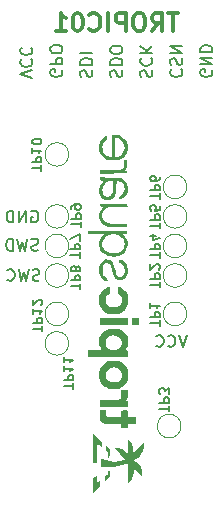
<source format=gbr>
%TF.GenerationSoftware,KiCad,Pcbnew,9.0.2+1*%
%TF.CreationDate,2025-08-04T10:31:06+02:00*%
%TF.ProjectId,ts13_dev_kit,74733133-5f64-4657-965f-6b69742e6b69,rev?*%
%TF.SameCoordinates,Original*%
%TF.FileFunction,Legend,Bot*%
%TF.FilePolarity,Positive*%
%FSLAX46Y46*%
G04 Gerber Fmt 4.6, Leading zero omitted, Abs format (unit mm)*
G04 Created by KiCad (PCBNEW 9.0.2+1) date 2025-08-04 10:31:06*
%MOMM*%
%LPD*%
G01*
G04 APERTURE LIST*
%ADD10C,0.150000*%
%ADD11C,0.200000*%
%ADD12C,0.300000*%
%ADD13C,0.120000*%
%ADD14C,0.000000*%
G04 APERTURE END LIST*
D10*
X123510839Y-77157200D02*
X123367982Y-77204819D01*
X123367982Y-77204819D02*
X123129887Y-77204819D01*
X123129887Y-77204819D02*
X123034649Y-77157200D01*
X123034649Y-77157200D02*
X122987030Y-77109580D01*
X122987030Y-77109580D02*
X122939411Y-77014342D01*
X122939411Y-77014342D02*
X122939411Y-76919104D01*
X122939411Y-76919104D02*
X122987030Y-76823866D01*
X122987030Y-76823866D02*
X123034649Y-76776247D01*
X123034649Y-76776247D02*
X123129887Y-76728628D01*
X123129887Y-76728628D02*
X123320363Y-76681009D01*
X123320363Y-76681009D02*
X123415601Y-76633390D01*
X123415601Y-76633390D02*
X123463220Y-76585771D01*
X123463220Y-76585771D02*
X123510839Y-76490533D01*
X123510839Y-76490533D02*
X123510839Y-76395295D01*
X123510839Y-76395295D02*
X123463220Y-76300057D01*
X123463220Y-76300057D02*
X123415601Y-76252438D01*
X123415601Y-76252438D02*
X123320363Y-76204819D01*
X123320363Y-76204819D02*
X123082268Y-76204819D01*
X123082268Y-76204819D02*
X122939411Y-76252438D01*
X122606077Y-76204819D02*
X122367982Y-77204819D01*
X122367982Y-77204819D02*
X122177506Y-76490533D01*
X122177506Y-76490533D02*
X121987030Y-77204819D01*
X121987030Y-77204819D02*
X121748935Y-76204819D01*
X120796554Y-77109580D02*
X120844173Y-77157200D01*
X120844173Y-77157200D02*
X120987030Y-77204819D01*
X120987030Y-77204819D02*
X121082268Y-77204819D01*
X121082268Y-77204819D02*
X121225125Y-77157200D01*
X121225125Y-77157200D02*
X121320363Y-77061961D01*
X121320363Y-77061961D02*
X121367982Y-76966723D01*
X121367982Y-76966723D02*
X121415601Y-76776247D01*
X121415601Y-76776247D02*
X121415601Y-76633390D01*
X121415601Y-76633390D02*
X121367982Y-76442914D01*
X121367982Y-76442914D02*
X121320363Y-76347676D01*
X121320363Y-76347676D02*
X121225125Y-76252438D01*
X121225125Y-76252438D02*
X121082268Y-76204819D01*
X121082268Y-76204819D02*
X120987030Y-76204819D01*
X120987030Y-76204819D02*
X120844173Y-76252438D01*
X120844173Y-76252438D02*
X120796554Y-76300057D01*
D11*
X132115400Y-59927945D02*
X132067780Y-59785088D01*
X132067780Y-59785088D02*
X132067780Y-59546993D01*
X132067780Y-59546993D02*
X132115400Y-59451755D01*
X132115400Y-59451755D02*
X132163019Y-59404136D01*
X132163019Y-59404136D02*
X132258257Y-59356517D01*
X132258257Y-59356517D02*
X132353495Y-59356517D01*
X132353495Y-59356517D02*
X132448733Y-59404136D01*
X132448733Y-59404136D02*
X132496352Y-59451755D01*
X132496352Y-59451755D02*
X132543971Y-59546993D01*
X132543971Y-59546993D02*
X132591590Y-59737469D01*
X132591590Y-59737469D02*
X132639209Y-59832707D01*
X132639209Y-59832707D02*
X132686828Y-59880326D01*
X132686828Y-59880326D02*
X132782066Y-59927945D01*
X132782066Y-59927945D02*
X132877304Y-59927945D01*
X132877304Y-59927945D02*
X132972542Y-59880326D01*
X132972542Y-59880326D02*
X133020161Y-59832707D01*
X133020161Y-59832707D02*
X133067780Y-59737469D01*
X133067780Y-59737469D02*
X133067780Y-59499374D01*
X133067780Y-59499374D02*
X133020161Y-59356517D01*
X132163019Y-58356517D02*
X132115400Y-58404136D01*
X132115400Y-58404136D02*
X132067780Y-58546993D01*
X132067780Y-58546993D02*
X132067780Y-58642231D01*
X132067780Y-58642231D02*
X132115400Y-58785088D01*
X132115400Y-58785088D02*
X132210638Y-58880326D01*
X132210638Y-58880326D02*
X132305876Y-58927945D01*
X132305876Y-58927945D02*
X132496352Y-58975564D01*
X132496352Y-58975564D02*
X132639209Y-58975564D01*
X132639209Y-58975564D02*
X132829685Y-58927945D01*
X132829685Y-58927945D02*
X132924923Y-58880326D01*
X132924923Y-58880326D02*
X133020161Y-58785088D01*
X133020161Y-58785088D02*
X133067780Y-58642231D01*
X133067780Y-58642231D02*
X133067780Y-58546993D01*
X133067780Y-58546993D02*
X133020161Y-58404136D01*
X133020161Y-58404136D02*
X132972542Y-58356517D01*
X132067780Y-57927945D02*
X133067780Y-57927945D01*
X132067780Y-57356517D02*
X132639209Y-57785088D01*
X133067780Y-57356517D02*
X132496352Y-57927945D01*
D10*
X123410839Y-74607200D02*
X123267982Y-74654819D01*
X123267982Y-74654819D02*
X123029887Y-74654819D01*
X123029887Y-74654819D02*
X122934649Y-74607200D01*
X122934649Y-74607200D02*
X122887030Y-74559580D01*
X122887030Y-74559580D02*
X122839411Y-74464342D01*
X122839411Y-74464342D02*
X122839411Y-74369104D01*
X122839411Y-74369104D02*
X122887030Y-74273866D01*
X122887030Y-74273866D02*
X122934649Y-74226247D01*
X122934649Y-74226247D02*
X123029887Y-74178628D01*
X123029887Y-74178628D02*
X123220363Y-74131009D01*
X123220363Y-74131009D02*
X123315601Y-74083390D01*
X123315601Y-74083390D02*
X123363220Y-74035771D01*
X123363220Y-74035771D02*
X123410839Y-73940533D01*
X123410839Y-73940533D02*
X123410839Y-73845295D01*
X123410839Y-73845295D02*
X123363220Y-73750057D01*
X123363220Y-73750057D02*
X123315601Y-73702438D01*
X123315601Y-73702438D02*
X123220363Y-73654819D01*
X123220363Y-73654819D02*
X122982268Y-73654819D01*
X122982268Y-73654819D02*
X122839411Y-73702438D01*
X122506077Y-73654819D02*
X122267982Y-74654819D01*
X122267982Y-74654819D02*
X122077506Y-73940533D01*
X122077506Y-73940533D02*
X121887030Y-74654819D01*
X121887030Y-74654819D02*
X121648935Y-73654819D01*
X121267982Y-74654819D02*
X121267982Y-73654819D01*
X121267982Y-73654819D02*
X121029887Y-73654819D01*
X121029887Y-73654819D02*
X120887030Y-73702438D01*
X120887030Y-73702438D02*
X120791792Y-73797676D01*
X120791792Y-73797676D02*
X120744173Y-73892914D01*
X120744173Y-73892914D02*
X120696554Y-74083390D01*
X120696554Y-74083390D02*
X120696554Y-74226247D01*
X120696554Y-74226247D02*
X120744173Y-74416723D01*
X120744173Y-74416723D02*
X120791792Y-74511961D01*
X120791792Y-74511961D02*
X120887030Y-74607200D01*
X120887030Y-74607200D02*
X121029887Y-74654819D01*
X121029887Y-74654819D02*
X121267982Y-74654819D01*
X135986077Y-81789819D02*
X135652744Y-82789819D01*
X135652744Y-82789819D02*
X135319411Y-81789819D01*
X134414649Y-82694580D02*
X134462268Y-82742200D01*
X134462268Y-82742200D02*
X134605125Y-82789819D01*
X134605125Y-82789819D02*
X134700363Y-82789819D01*
X134700363Y-82789819D02*
X134843220Y-82742200D01*
X134843220Y-82742200D02*
X134938458Y-82646961D01*
X134938458Y-82646961D02*
X134986077Y-82551723D01*
X134986077Y-82551723D02*
X135033696Y-82361247D01*
X135033696Y-82361247D02*
X135033696Y-82218390D01*
X135033696Y-82218390D02*
X134986077Y-82027914D01*
X134986077Y-82027914D02*
X134938458Y-81932676D01*
X134938458Y-81932676D02*
X134843220Y-81837438D01*
X134843220Y-81837438D02*
X134700363Y-81789819D01*
X134700363Y-81789819D02*
X134605125Y-81789819D01*
X134605125Y-81789819D02*
X134462268Y-81837438D01*
X134462268Y-81837438D02*
X134414649Y-81885057D01*
X133414649Y-82694580D02*
X133462268Y-82742200D01*
X133462268Y-82742200D02*
X133605125Y-82789819D01*
X133605125Y-82789819D02*
X133700363Y-82789819D01*
X133700363Y-82789819D02*
X133843220Y-82742200D01*
X133843220Y-82742200D02*
X133938458Y-82646961D01*
X133938458Y-82646961D02*
X133986077Y-82551723D01*
X133986077Y-82551723D02*
X134033696Y-82361247D01*
X134033696Y-82361247D02*
X134033696Y-82218390D01*
X134033696Y-82218390D02*
X133986077Y-82027914D01*
X133986077Y-82027914D02*
X133938458Y-81932676D01*
X133938458Y-81932676D02*
X133843220Y-81837438D01*
X133843220Y-81837438D02*
X133700363Y-81789819D01*
X133700363Y-81789819D02*
X133605125Y-81789819D01*
X133605125Y-81789819D02*
X133462268Y-81837438D01*
X133462268Y-81837438D02*
X133414649Y-81885057D01*
D11*
X138100161Y-59356517D02*
X138147780Y-59451755D01*
X138147780Y-59451755D02*
X138147780Y-59594612D01*
X138147780Y-59594612D02*
X138100161Y-59737469D01*
X138100161Y-59737469D02*
X138004923Y-59832707D01*
X138004923Y-59832707D02*
X137909685Y-59880326D01*
X137909685Y-59880326D02*
X137719209Y-59927945D01*
X137719209Y-59927945D02*
X137576352Y-59927945D01*
X137576352Y-59927945D02*
X137385876Y-59880326D01*
X137385876Y-59880326D02*
X137290638Y-59832707D01*
X137290638Y-59832707D02*
X137195400Y-59737469D01*
X137195400Y-59737469D02*
X137147780Y-59594612D01*
X137147780Y-59594612D02*
X137147780Y-59499374D01*
X137147780Y-59499374D02*
X137195400Y-59356517D01*
X137195400Y-59356517D02*
X137243019Y-59308898D01*
X137243019Y-59308898D02*
X137576352Y-59308898D01*
X137576352Y-59308898D02*
X137576352Y-59499374D01*
X137147780Y-58880326D02*
X138147780Y-58880326D01*
X138147780Y-58880326D02*
X137147780Y-58308898D01*
X137147780Y-58308898D02*
X138147780Y-58308898D01*
X137147780Y-57832707D02*
X138147780Y-57832707D01*
X138147780Y-57832707D02*
X138147780Y-57594612D01*
X138147780Y-57594612D02*
X138100161Y-57451755D01*
X138100161Y-57451755D02*
X138004923Y-57356517D01*
X138004923Y-57356517D02*
X137909685Y-57308898D01*
X137909685Y-57308898D02*
X137719209Y-57261279D01*
X137719209Y-57261279D02*
X137576352Y-57261279D01*
X137576352Y-57261279D02*
X137385876Y-57308898D01*
X137385876Y-57308898D02*
X137290638Y-57356517D01*
X137290638Y-57356517D02*
X137195400Y-57451755D01*
X137195400Y-57451755D02*
X137147780Y-57594612D01*
X137147780Y-57594612D02*
X137147780Y-57832707D01*
D12*
X135249999Y-54550828D02*
X134392857Y-54550828D01*
X134821428Y-56050828D02*
X134821428Y-54550828D01*
X133035714Y-56050828D02*
X133535714Y-55336542D01*
X133892857Y-56050828D02*
X133892857Y-54550828D01*
X133892857Y-54550828D02*
X133321428Y-54550828D01*
X133321428Y-54550828D02*
X133178571Y-54622257D01*
X133178571Y-54622257D02*
X133107142Y-54693685D01*
X133107142Y-54693685D02*
X133035714Y-54836542D01*
X133035714Y-54836542D02*
X133035714Y-55050828D01*
X133035714Y-55050828D02*
X133107142Y-55193685D01*
X133107142Y-55193685D02*
X133178571Y-55265114D01*
X133178571Y-55265114D02*
X133321428Y-55336542D01*
X133321428Y-55336542D02*
X133892857Y-55336542D01*
X132107142Y-54550828D02*
X131821428Y-54550828D01*
X131821428Y-54550828D02*
X131678571Y-54622257D01*
X131678571Y-54622257D02*
X131535714Y-54765114D01*
X131535714Y-54765114D02*
X131464285Y-55050828D01*
X131464285Y-55050828D02*
X131464285Y-55550828D01*
X131464285Y-55550828D02*
X131535714Y-55836542D01*
X131535714Y-55836542D02*
X131678571Y-55979400D01*
X131678571Y-55979400D02*
X131821428Y-56050828D01*
X131821428Y-56050828D02*
X132107142Y-56050828D01*
X132107142Y-56050828D02*
X132250000Y-55979400D01*
X132250000Y-55979400D02*
X132392857Y-55836542D01*
X132392857Y-55836542D02*
X132464285Y-55550828D01*
X132464285Y-55550828D02*
X132464285Y-55050828D01*
X132464285Y-55050828D02*
X132392857Y-54765114D01*
X132392857Y-54765114D02*
X132250000Y-54622257D01*
X132250000Y-54622257D02*
X132107142Y-54550828D01*
X130821428Y-56050828D02*
X130821428Y-54550828D01*
X130821428Y-54550828D02*
X130249999Y-54550828D01*
X130249999Y-54550828D02*
X130107142Y-54622257D01*
X130107142Y-54622257D02*
X130035713Y-54693685D01*
X130035713Y-54693685D02*
X129964285Y-54836542D01*
X129964285Y-54836542D02*
X129964285Y-55050828D01*
X129964285Y-55050828D02*
X130035713Y-55193685D01*
X130035713Y-55193685D02*
X130107142Y-55265114D01*
X130107142Y-55265114D02*
X130249999Y-55336542D01*
X130249999Y-55336542D02*
X130821428Y-55336542D01*
X129321428Y-56050828D02*
X129321428Y-54550828D01*
X127749999Y-55907971D02*
X127821427Y-55979400D01*
X127821427Y-55979400D02*
X128035713Y-56050828D01*
X128035713Y-56050828D02*
X128178570Y-56050828D01*
X128178570Y-56050828D02*
X128392856Y-55979400D01*
X128392856Y-55979400D02*
X128535713Y-55836542D01*
X128535713Y-55836542D02*
X128607142Y-55693685D01*
X128607142Y-55693685D02*
X128678570Y-55407971D01*
X128678570Y-55407971D02*
X128678570Y-55193685D01*
X128678570Y-55193685D02*
X128607142Y-54907971D01*
X128607142Y-54907971D02*
X128535713Y-54765114D01*
X128535713Y-54765114D02*
X128392856Y-54622257D01*
X128392856Y-54622257D02*
X128178570Y-54550828D01*
X128178570Y-54550828D02*
X128035713Y-54550828D01*
X128035713Y-54550828D02*
X127821427Y-54622257D01*
X127821427Y-54622257D02*
X127749999Y-54693685D01*
X126821427Y-54550828D02*
X126678570Y-54550828D01*
X126678570Y-54550828D02*
X126535713Y-54622257D01*
X126535713Y-54622257D02*
X126464285Y-54693685D01*
X126464285Y-54693685D02*
X126392856Y-54836542D01*
X126392856Y-54836542D02*
X126321427Y-55122257D01*
X126321427Y-55122257D02*
X126321427Y-55479400D01*
X126321427Y-55479400D02*
X126392856Y-55765114D01*
X126392856Y-55765114D02*
X126464285Y-55907971D01*
X126464285Y-55907971D02*
X126535713Y-55979400D01*
X126535713Y-55979400D02*
X126678570Y-56050828D01*
X126678570Y-56050828D02*
X126821427Y-56050828D01*
X126821427Y-56050828D02*
X126964285Y-55979400D01*
X126964285Y-55979400D02*
X127035713Y-55907971D01*
X127035713Y-55907971D02*
X127107142Y-55765114D01*
X127107142Y-55765114D02*
X127178570Y-55479400D01*
X127178570Y-55479400D02*
X127178570Y-55122257D01*
X127178570Y-55122257D02*
X127107142Y-54836542D01*
X127107142Y-54836542D02*
X127035713Y-54693685D01*
X127035713Y-54693685D02*
X126964285Y-54622257D01*
X126964285Y-54622257D02*
X126821427Y-54550828D01*
X124892856Y-56050828D02*
X125749999Y-56050828D01*
X125321428Y-56050828D02*
X125321428Y-54550828D01*
X125321428Y-54550828D02*
X125464285Y-54765114D01*
X125464285Y-54765114D02*
X125607142Y-54907971D01*
X125607142Y-54907971D02*
X125749999Y-54979400D01*
D11*
X129575400Y-59927945D02*
X129527780Y-59785088D01*
X129527780Y-59785088D02*
X129527780Y-59546993D01*
X129527780Y-59546993D02*
X129575400Y-59451755D01*
X129575400Y-59451755D02*
X129623019Y-59404136D01*
X129623019Y-59404136D02*
X129718257Y-59356517D01*
X129718257Y-59356517D02*
X129813495Y-59356517D01*
X129813495Y-59356517D02*
X129908733Y-59404136D01*
X129908733Y-59404136D02*
X129956352Y-59451755D01*
X129956352Y-59451755D02*
X130003971Y-59546993D01*
X130003971Y-59546993D02*
X130051590Y-59737469D01*
X130051590Y-59737469D02*
X130099209Y-59832707D01*
X130099209Y-59832707D02*
X130146828Y-59880326D01*
X130146828Y-59880326D02*
X130242066Y-59927945D01*
X130242066Y-59927945D02*
X130337304Y-59927945D01*
X130337304Y-59927945D02*
X130432542Y-59880326D01*
X130432542Y-59880326D02*
X130480161Y-59832707D01*
X130480161Y-59832707D02*
X130527780Y-59737469D01*
X130527780Y-59737469D02*
X130527780Y-59499374D01*
X130527780Y-59499374D02*
X130480161Y-59356517D01*
X129527780Y-58927945D02*
X130527780Y-58927945D01*
X130527780Y-58927945D02*
X130527780Y-58689850D01*
X130527780Y-58689850D02*
X130480161Y-58546993D01*
X130480161Y-58546993D02*
X130384923Y-58451755D01*
X130384923Y-58451755D02*
X130289685Y-58404136D01*
X130289685Y-58404136D02*
X130099209Y-58356517D01*
X130099209Y-58356517D02*
X129956352Y-58356517D01*
X129956352Y-58356517D02*
X129765876Y-58404136D01*
X129765876Y-58404136D02*
X129670638Y-58451755D01*
X129670638Y-58451755D02*
X129575400Y-58546993D01*
X129575400Y-58546993D02*
X129527780Y-58689850D01*
X129527780Y-58689850D02*
X129527780Y-58927945D01*
X130527780Y-57737469D02*
X130527780Y-57546993D01*
X130527780Y-57546993D02*
X130480161Y-57451755D01*
X130480161Y-57451755D02*
X130384923Y-57356517D01*
X130384923Y-57356517D02*
X130194447Y-57308898D01*
X130194447Y-57308898D02*
X129861114Y-57308898D01*
X129861114Y-57308898D02*
X129670638Y-57356517D01*
X129670638Y-57356517D02*
X129575400Y-57451755D01*
X129575400Y-57451755D02*
X129527780Y-57546993D01*
X129527780Y-57546993D02*
X129527780Y-57737469D01*
X129527780Y-57737469D02*
X129575400Y-57832707D01*
X129575400Y-57832707D02*
X129670638Y-57927945D01*
X129670638Y-57927945D02*
X129861114Y-57975564D01*
X129861114Y-57975564D02*
X130194447Y-57975564D01*
X130194447Y-57975564D02*
X130384923Y-57927945D01*
X130384923Y-57927945D02*
X130480161Y-57832707D01*
X130480161Y-57832707D02*
X130527780Y-57737469D01*
X122907780Y-60023183D02*
X121907780Y-59689850D01*
X121907780Y-59689850D02*
X122907780Y-59356517D01*
X122003019Y-58451755D02*
X121955400Y-58499374D01*
X121955400Y-58499374D02*
X121907780Y-58642231D01*
X121907780Y-58642231D02*
X121907780Y-58737469D01*
X121907780Y-58737469D02*
X121955400Y-58880326D01*
X121955400Y-58880326D02*
X122050638Y-58975564D01*
X122050638Y-58975564D02*
X122145876Y-59023183D01*
X122145876Y-59023183D02*
X122336352Y-59070802D01*
X122336352Y-59070802D02*
X122479209Y-59070802D01*
X122479209Y-59070802D02*
X122669685Y-59023183D01*
X122669685Y-59023183D02*
X122764923Y-58975564D01*
X122764923Y-58975564D02*
X122860161Y-58880326D01*
X122860161Y-58880326D02*
X122907780Y-58737469D01*
X122907780Y-58737469D02*
X122907780Y-58642231D01*
X122907780Y-58642231D02*
X122860161Y-58499374D01*
X122860161Y-58499374D02*
X122812542Y-58451755D01*
X122003019Y-57451755D02*
X121955400Y-57499374D01*
X121955400Y-57499374D02*
X121907780Y-57642231D01*
X121907780Y-57642231D02*
X121907780Y-57737469D01*
X121907780Y-57737469D02*
X121955400Y-57880326D01*
X121955400Y-57880326D02*
X122050638Y-57975564D01*
X122050638Y-57975564D02*
X122145876Y-58023183D01*
X122145876Y-58023183D02*
X122336352Y-58070802D01*
X122336352Y-58070802D02*
X122479209Y-58070802D01*
X122479209Y-58070802D02*
X122669685Y-58023183D01*
X122669685Y-58023183D02*
X122764923Y-57975564D01*
X122764923Y-57975564D02*
X122860161Y-57880326D01*
X122860161Y-57880326D02*
X122907780Y-57737469D01*
X122907780Y-57737469D02*
X122907780Y-57642231D01*
X122907780Y-57642231D02*
X122860161Y-57499374D01*
X122860161Y-57499374D02*
X122812542Y-57451755D01*
X127035400Y-59927945D02*
X126987780Y-59785088D01*
X126987780Y-59785088D02*
X126987780Y-59546993D01*
X126987780Y-59546993D02*
X127035400Y-59451755D01*
X127035400Y-59451755D02*
X127083019Y-59404136D01*
X127083019Y-59404136D02*
X127178257Y-59356517D01*
X127178257Y-59356517D02*
X127273495Y-59356517D01*
X127273495Y-59356517D02*
X127368733Y-59404136D01*
X127368733Y-59404136D02*
X127416352Y-59451755D01*
X127416352Y-59451755D02*
X127463971Y-59546993D01*
X127463971Y-59546993D02*
X127511590Y-59737469D01*
X127511590Y-59737469D02*
X127559209Y-59832707D01*
X127559209Y-59832707D02*
X127606828Y-59880326D01*
X127606828Y-59880326D02*
X127702066Y-59927945D01*
X127702066Y-59927945D02*
X127797304Y-59927945D01*
X127797304Y-59927945D02*
X127892542Y-59880326D01*
X127892542Y-59880326D02*
X127940161Y-59832707D01*
X127940161Y-59832707D02*
X127987780Y-59737469D01*
X127987780Y-59737469D02*
X127987780Y-59499374D01*
X127987780Y-59499374D02*
X127940161Y-59356517D01*
X126987780Y-58927945D02*
X127987780Y-58927945D01*
X127987780Y-58927945D02*
X127987780Y-58689850D01*
X127987780Y-58689850D02*
X127940161Y-58546993D01*
X127940161Y-58546993D02*
X127844923Y-58451755D01*
X127844923Y-58451755D02*
X127749685Y-58404136D01*
X127749685Y-58404136D02*
X127559209Y-58356517D01*
X127559209Y-58356517D02*
X127416352Y-58356517D01*
X127416352Y-58356517D02*
X127225876Y-58404136D01*
X127225876Y-58404136D02*
X127130638Y-58451755D01*
X127130638Y-58451755D02*
X127035400Y-58546993D01*
X127035400Y-58546993D02*
X126987780Y-58689850D01*
X126987780Y-58689850D02*
X126987780Y-58927945D01*
X126987780Y-57927945D02*
X127987780Y-57927945D01*
D10*
X122839411Y-71302438D02*
X122934649Y-71254819D01*
X122934649Y-71254819D02*
X123077506Y-71254819D01*
X123077506Y-71254819D02*
X123220363Y-71302438D01*
X123220363Y-71302438D02*
X123315601Y-71397676D01*
X123315601Y-71397676D02*
X123363220Y-71492914D01*
X123363220Y-71492914D02*
X123410839Y-71683390D01*
X123410839Y-71683390D02*
X123410839Y-71826247D01*
X123410839Y-71826247D02*
X123363220Y-72016723D01*
X123363220Y-72016723D02*
X123315601Y-72111961D01*
X123315601Y-72111961D02*
X123220363Y-72207200D01*
X123220363Y-72207200D02*
X123077506Y-72254819D01*
X123077506Y-72254819D02*
X122982268Y-72254819D01*
X122982268Y-72254819D02*
X122839411Y-72207200D01*
X122839411Y-72207200D02*
X122791792Y-72159580D01*
X122791792Y-72159580D02*
X122791792Y-71826247D01*
X122791792Y-71826247D02*
X122982268Y-71826247D01*
X122363220Y-72254819D02*
X122363220Y-71254819D01*
X122363220Y-71254819D02*
X121791792Y-72254819D01*
X121791792Y-72254819D02*
X121791792Y-71254819D01*
X121315601Y-72254819D02*
X121315601Y-71254819D01*
X121315601Y-71254819D02*
X121077506Y-71254819D01*
X121077506Y-71254819D02*
X120934649Y-71302438D01*
X120934649Y-71302438D02*
X120839411Y-71397676D01*
X120839411Y-71397676D02*
X120791792Y-71492914D01*
X120791792Y-71492914D02*
X120744173Y-71683390D01*
X120744173Y-71683390D02*
X120744173Y-71826247D01*
X120744173Y-71826247D02*
X120791792Y-72016723D01*
X120791792Y-72016723D02*
X120839411Y-72111961D01*
X120839411Y-72111961D02*
X120934649Y-72207200D01*
X120934649Y-72207200D02*
X121077506Y-72254819D01*
X121077506Y-72254819D02*
X121315601Y-72254819D01*
D11*
X134703019Y-59308898D02*
X134655400Y-59356517D01*
X134655400Y-59356517D02*
X134607780Y-59499374D01*
X134607780Y-59499374D02*
X134607780Y-59594612D01*
X134607780Y-59594612D02*
X134655400Y-59737469D01*
X134655400Y-59737469D02*
X134750638Y-59832707D01*
X134750638Y-59832707D02*
X134845876Y-59880326D01*
X134845876Y-59880326D02*
X135036352Y-59927945D01*
X135036352Y-59927945D02*
X135179209Y-59927945D01*
X135179209Y-59927945D02*
X135369685Y-59880326D01*
X135369685Y-59880326D02*
X135464923Y-59832707D01*
X135464923Y-59832707D02*
X135560161Y-59737469D01*
X135560161Y-59737469D02*
X135607780Y-59594612D01*
X135607780Y-59594612D02*
X135607780Y-59499374D01*
X135607780Y-59499374D02*
X135560161Y-59356517D01*
X135560161Y-59356517D02*
X135512542Y-59308898D01*
X134655400Y-58927945D02*
X134607780Y-58785088D01*
X134607780Y-58785088D02*
X134607780Y-58546993D01*
X134607780Y-58546993D02*
X134655400Y-58451755D01*
X134655400Y-58451755D02*
X134703019Y-58404136D01*
X134703019Y-58404136D02*
X134798257Y-58356517D01*
X134798257Y-58356517D02*
X134893495Y-58356517D01*
X134893495Y-58356517D02*
X134988733Y-58404136D01*
X134988733Y-58404136D02*
X135036352Y-58451755D01*
X135036352Y-58451755D02*
X135083971Y-58546993D01*
X135083971Y-58546993D02*
X135131590Y-58737469D01*
X135131590Y-58737469D02*
X135179209Y-58832707D01*
X135179209Y-58832707D02*
X135226828Y-58880326D01*
X135226828Y-58880326D02*
X135322066Y-58927945D01*
X135322066Y-58927945D02*
X135417304Y-58927945D01*
X135417304Y-58927945D02*
X135512542Y-58880326D01*
X135512542Y-58880326D02*
X135560161Y-58832707D01*
X135560161Y-58832707D02*
X135607780Y-58737469D01*
X135607780Y-58737469D02*
X135607780Y-58499374D01*
X135607780Y-58499374D02*
X135560161Y-58356517D01*
X134607780Y-57927945D02*
X135607780Y-57927945D01*
X135607780Y-57927945D02*
X134607780Y-57356517D01*
X134607780Y-57356517D02*
X135607780Y-57356517D01*
X125400161Y-59356517D02*
X125447780Y-59451755D01*
X125447780Y-59451755D02*
X125447780Y-59594612D01*
X125447780Y-59594612D02*
X125400161Y-59737469D01*
X125400161Y-59737469D02*
X125304923Y-59832707D01*
X125304923Y-59832707D02*
X125209685Y-59880326D01*
X125209685Y-59880326D02*
X125019209Y-59927945D01*
X125019209Y-59927945D02*
X124876352Y-59927945D01*
X124876352Y-59927945D02*
X124685876Y-59880326D01*
X124685876Y-59880326D02*
X124590638Y-59832707D01*
X124590638Y-59832707D02*
X124495400Y-59737469D01*
X124495400Y-59737469D02*
X124447780Y-59594612D01*
X124447780Y-59594612D02*
X124447780Y-59499374D01*
X124447780Y-59499374D02*
X124495400Y-59356517D01*
X124495400Y-59356517D02*
X124543019Y-59308898D01*
X124543019Y-59308898D02*
X124876352Y-59308898D01*
X124876352Y-59308898D02*
X124876352Y-59499374D01*
X124447780Y-58880326D02*
X125447780Y-58880326D01*
X125447780Y-58880326D02*
X125447780Y-58499374D01*
X125447780Y-58499374D02*
X125400161Y-58404136D01*
X125400161Y-58404136D02*
X125352542Y-58356517D01*
X125352542Y-58356517D02*
X125257304Y-58308898D01*
X125257304Y-58308898D02*
X125114447Y-58308898D01*
X125114447Y-58308898D02*
X125019209Y-58356517D01*
X125019209Y-58356517D02*
X124971590Y-58404136D01*
X124971590Y-58404136D02*
X124923971Y-58499374D01*
X124923971Y-58499374D02*
X124923971Y-58880326D01*
X125447780Y-57689850D02*
X125447780Y-57499374D01*
X125447780Y-57499374D02*
X125400161Y-57404136D01*
X125400161Y-57404136D02*
X125304923Y-57308898D01*
X125304923Y-57308898D02*
X125114447Y-57261279D01*
X125114447Y-57261279D02*
X124781114Y-57261279D01*
X124781114Y-57261279D02*
X124590638Y-57308898D01*
X124590638Y-57308898D02*
X124495400Y-57404136D01*
X124495400Y-57404136D02*
X124447780Y-57499374D01*
X124447780Y-57499374D02*
X124447780Y-57689850D01*
X124447780Y-57689850D02*
X124495400Y-57785088D01*
X124495400Y-57785088D02*
X124590638Y-57880326D01*
X124590638Y-57880326D02*
X124781114Y-57927945D01*
X124781114Y-57927945D02*
X125114447Y-57927945D01*
X125114447Y-57927945D02*
X125304923Y-57880326D01*
X125304923Y-57880326D02*
X125400161Y-57785088D01*
X125400161Y-57785088D02*
X125447780Y-57689850D01*
D10*
X126937704Y-75259523D02*
X126937704Y-74802380D01*
X126137704Y-75030952D02*
X126937704Y-75030952D01*
X126137704Y-74535713D02*
X126937704Y-74535713D01*
X126937704Y-74535713D02*
X126937704Y-74230951D01*
X126937704Y-74230951D02*
X126899609Y-74154761D01*
X126899609Y-74154761D02*
X126861514Y-74116666D01*
X126861514Y-74116666D02*
X126785323Y-74078570D01*
X126785323Y-74078570D02*
X126671038Y-74078570D01*
X126671038Y-74078570D02*
X126594847Y-74116666D01*
X126594847Y-74116666D02*
X126556752Y-74154761D01*
X126556752Y-74154761D02*
X126518657Y-74230951D01*
X126518657Y-74230951D02*
X126518657Y-74535713D01*
X126937704Y-73811904D02*
X126937704Y-73278570D01*
X126937704Y-73278570D02*
X126137704Y-73621428D01*
X133687704Y-77759523D02*
X133687704Y-77302380D01*
X132887704Y-77530952D02*
X133687704Y-77530952D01*
X132887704Y-77035713D02*
X133687704Y-77035713D01*
X133687704Y-77035713D02*
X133687704Y-76730951D01*
X133687704Y-76730951D02*
X133649609Y-76654761D01*
X133649609Y-76654761D02*
X133611514Y-76616666D01*
X133611514Y-76616666D02*
X133535323Y-76578570D01*
X133535323Y-76578570D02*
X133421038Y-76578570D01*
X133421038Y-76578570D02*
X133344847Y-76616666D01*
X133344847Y-76616666D02*
X133306752Y-76654761D01*
X133306752Y-76654761D02*
X133268657Y-76730951D01*
X133268657Y-76730951D02*
X133268657Y-77035713D01*
X133611514Y-76273809D02*
X133649609Y-76235713D01*
X133649609Y-76235713D02*
X133687704Y-76159523D01*
X133687704Y-76159523D02*
X133687704Y-75969047D01*
X133687704Y-75969047D02*
X133649609Y-75892856D01*
X133649609Y-75892856D02*
X133611514Y-75854761D01*
X133611514Y-75854761D02*
X133535323Y-75816666D01*
X133535323Y-75816666D02*
X133459133Y-75816666D01*
X133459133Y-75816666D02*
X133344847Y-75854761D01*
X133344847Y-75854761D02*
X132887704Y-76311904D01*
X132887704Y-76311904D02*
X132887704Y-75816666D01*
X133687704Y-72759523D02*
X133687704Y-72302380D01*
X132887704Y-72530952D02*
X133687704Y-72530952D01*
X132887704Y-72035713D02*
X133687704Y-72035713D01*
X133687704Y-72035713D02*
X133687704Y-71730951D01*
X133687704Y-71730951D02*
X133649609Y-71654761D01*
X133649609Y-71654761D02*
X133611514Y-71616666D01*
X133611514Y-71616666D02*
X133535323Y-71578570D01*
X133535323Y-71578570D02*
X133421038Y-71578570D01*
X133421038Y-71578570D02*
X133344847Y-71616666D01*
X133344847Y-71616666D02*
X133306752Y-71654761D01*
X133306752Y-71654761D02*
X133268657Y-71730951D01*
X133268657Y-71730951D02*
X133268657Y-72035713D01*
X133687704Y-70854761D02*
X133687704Y-71235713D01*
X133687704Y-71235713D02*
X133306752Y-71273809D01*
X133306752Y-71273809D02*
X133344847Y-71235713D01*
X133344847Y-71235713D02*
X133382942Y-71159523D01*
X133382942Y-71159523D02*
X133382942Y-70969047D01*
X133382942Y-70969047D02*
X133344847Y-70892856D01*
X133344847Y-70892856D02*
X133306752Y-70854761D01*
X133306752Y-70854761D02*
X133230561Y-70816666D01*
X133230561Y-70816666D02*
X133040085Y-70816666D01*
X133040085Y-70816666D02*
X132963895Y-70854761D01*
X132963895Y-70854761D02*
X132925800Y-70892856D01*
X132925800Y-70892856D02*
X132887704Y-70969047D01*
X132887704Y-70969047D02*
X132887704Y-71159523D01*
X132887704Y-71159523D02*
X132925800Y-71235713D01*
X132925800Y-71235713D02*
X132963895Y-71273809D01*
X133687704Y-70259523D02*
X133687704Y-69802380D01*
X132887704Y-70030952D02*
X133687704Y-70030952D01*
X132887704Y-69535713D02*
X133687704Y-69535713D01*
X133687704Y-69535713D02*
X133687704Y-69230951D01*
X133687704Y-69230951D02*
X133649609Y-69154761D01*
X133649609Y-69154761D02*
X133611514Y-69116666D01*
X133611514Y-69116666D02*
X133535323Y-69078570D01*
X133535323Y-69078570D02*
X133421038Y-69078570D01*
X133421038Y-69078570D02*
X133344847Y-69116666D01*
X133344847Y-69116666D02*
X133306752Y-69154761D01*
X133306752Y-69154761D02*
X133268657Y-69230951D01*
X133268657Y-69230951D02*
X133268657Y-69535713D01*
X133687704Y-68392856D02*
X133687704Y-68545237D01*
X133687704Y-68545237D02*
X133649609Y-68621428D01*
X133649609Y-68621428D02*
X133611514Y-68659523D01*
X133611514Y-68659523D02*
X133497228Y-68735713D01*
X133497228Y-68735713D02*
X133344847Y-68773809D01*
X133344847Y-68773809D02*
X133040085Y-68773809D01*
X133040085Y-68773809D02*
X132963895Y-68735713D01*
X132963895Y-68735713D02*
X132925800Y-68697618D01*
X132925800Y-68697618D02*
X132887704Y-68621428D01*
X132887704Y-68621428D02*
X132887704Y-68469047D01*
X132887704Y-68469047D02*
X132925800Y-68392856D01*
X132925800Y-68392856D02*
X132963895Y-68354761D01*
X132963895Y-68354761D02*
X133040085Y-68316666D01*
X133040085Y-68316666D02*
X133230561Y-68316666D01*
X133230561Y-68316666D02*
X133306752Y-68354761D01*
X133306752Y-68354761D02*
X133344847Y-68392856D01*
X133344847Y-68392856D02*
X133382942Y-68469047D01*
X133382942Y-68469047D02*
X133382942Y-68621428D01*
X133382942Y-68621428D02*
X133344847Y-68697618D01*
X133344847Y-68697618D02*
X133306752Y-68735713D01*
X133306752Y-68735713D02*
X133230561Y-68773809D01*
X123687704Y-67890476D02*
X123687704Y-67433333D01*
X122887704Y-67661905D02*
X123687704Y-67661905D01*
X122887704Y-67166666D02*
X123687704Y-67166666D01*
X123687704Y-67166666D02*
X123687704Y-66861904D01*
X123687704Y-66861904D02*
X123649609Y-66785714D01*
X123649609Y-66785714D02*
X123611514Y-66747619D01*
X123611514Y-66747619D02*
X123535323Y-66709523D01*
X123535323Y-66709523D02*
X123421038Y-66709523D01*
X123421038Y-66709523D02*
X123344847Y-66747619D01*
X123344847Y-66747619D02*
X123306752Y-66785714D01*
X123306752Y-66785714D02*
X123268657Y-66861904D01*
X123268657Y-66861904D02*
X123268657Y-67166666D01*
X122887704Y-65947619D02*
X122887704Y-66404762D01*
X122887704Y-66176190D02*
X123687704Y-66176190D01*
X123687704Y-66176190D02*
X123573419Y-66252381D01*
X123573419Y-66252381D02*
X123497228Y-66328571D01*
X123497228Y-66328571D02*
X123459133Y-66404762D01*
X123687704Y-65452380D02*
X123687704Y-65376190D01*
X123687704Y-65376190D02*
X123649609Y-65299999D01*
X123649609Y-65299999D02*
X123611514Y-65261904D01*
X123611514Y-65261904D02*
X123535323Y-65223809D01*
X123535323Y-65223809D02*
X123382942Y-65185714D01*
X123382942Y-65185714D02*
X123192466Y-65185714D01*
X123192466Y-65185714D02*
X123040085Y-65223809D01*
X123040085Y-65223809D02*
X122963895Y-65261904D01*
X122963895Y-65261904D02*
X122925800Y-65299999D01*
X122925800Y-65299999D02*
X122887704Y-65376190D01*
X122887704Y-65376190D02*
X122887704Y-65452380D01*
X122887704Y-65452380D02*
X122925800Y-65528571D01*
X122925800Y-65528571D02*
X122963895Y-65566666D01*
X122963895Y-65566666D02*
X123040085Y-65604761D01*
X123040085Y-65604761D02*
X123192466Y-65642857D01*
X123192466Y-65642857D02*
X123382942Y-65642857D01*
X123382942Y-65642857D02*
X123535323Y-65604761D01*
X123535323Y-65604761D02*
X123611514Y-65566666D01*
X123611514Y-65566666D02*
X123649609Y-65528571D01*
X123649609Y-65528571D02*
X123687704Y-65452380D01*
X123757704Y-81490476D02*
X123757704Y-81033333D01*
X122957704Y-81261905D02*
X123757704Y-81261905D01*
X122957704Y-80766666D02*
X123757704Y-80766666D01*
X123757704Y-80766666D02*
X123757704Y-80461904D01*
X123757704Y-80461904D02*
X123719609Y-80385714D01*
X123719609Y-80385714D02*
X123681514Y-80347619D01*
X123681514Y-80347619D02*
X123605323Y-80309523D01*
X123605323Y-80309523D02*
X123491038Y-80309523D01*
X123491038Y-80309523D02*
X123414847Y-80347619D01*
X123414847Y-80347619D02*
X123376752Y-80385714D01*
X123376752Y-80385714D02*
X123338657Y-80461904D01*
X123338657Y-80461904D02*
X123338657Y-80766666D01*
X122957704Y-79547619D02*
X122957704Y-80004762D01*
X122957704Y-79776190D02*
X123757704Y-79776190D01*
X123757704Y-79776190D02*
X123643419Y-79852381D01*
X123643419Y-79852381D02*
X123567228Y-79928571D01*
X123567228Y-79928571D02*
X123529133Y-80004762D01*
X123681514Y-79242857D02*
X123719609Y-79204761D01*
X123719609Y-79204761D02*
X123757704Y-79128571D01*
X123757704Y-79128571D02*
X123757704Y-78938095D01*
X123757704Y-78938095D02*
X123719609Y-78861904D01*
X123719609Y-78861904D02*
X123681514Y-78823809D01*
X123681514Y-78823809D02*
X123605323Y-78785714D01*
X123605323Y-78785714D02*
X123529133Y-78785714D01*
X123529133Y-78785714D02*
X123414847Y-78823809D01*
X123414847Y-78823809D02*
X122957704Y-79280952D01*
X122957704Y-79280952D02*
X122957704Y-78785714D01*
X126967704Y-77899523D02*
X126967704Y-77442380D01*
X126167704Y-77670952D02*
X126967704Y-77670952D01*
X126167704Y-77175713D02*
X126967704Y-77175713D01*
X126967704Y-77175713D02*
X126967704Y-76870951D01*
X126967704Y-76870951D02*
X126929609Y-76794761D01*
X126929609Y-76794761D02*
X126891514Y-76756666D01*
X126891514Y-76756666D02*
X126815323Y-76718570D01*
X126815323Y-76718570D02*
X126701038Y-76718570D01*
X126701038Y-76718570D02*
X126624847Y-76756666D01*
X126624847Y-76756666D02*
X126586752Y-76794761D01*
X126586752Y-76794761D02*
X126548657Y-76870951D01*
X126548657Y-76870951D02*
X126548657Y-77175713D01*
X126624847Y-76261428D02*
X126662942Y-76337618D01*
X126662942Y-76337618D02*
X126701038Y-76375713D01*
X126701038Y-76375713D02*
X126777228Y-76413809D01*
X126777228Y-76413809D02*
X126815323Y-76413809D01*
X126815323Y-76413809D02*
X126891514Y-76375713D01*
X126891514Y-76375713D02*
X126929609Y-76337618D01*
X126929609Y-76337618D02*
X126967704Y-76261428D01*
X126967704Y-76261428D02*
X126967704Y-76109047D01*
X126967704Y-76109047D02*
X126929609Y-76032856D01*
X126929609Y-76032856D02*
X126891514Y-75994761D01*
X126891514Y-75994761D02*
X126815323Y-75956666D01*
X126815323Y-75956666D02*
X126777228Y-75956666D01*
X126777228Y-75956666D02*
X126701038Y-75994761D01*
X126701038Y-75994761D02*
X126662942Y-76032856D01*
X126662942Y-76032856D02*
X126624847Y-76109047D01*
X126624847Y-76109047D02*
X126624847Y-76261428D01*
X126624847Y-76261428D02*
X126586752Y-76337618D01*
X126586752Y-76337618D02*
X126548657Y-76375713D01*
X126548657Y-76375713D02*
X126472466Y-76413809D01*
X126472466Y-76413809D02*
X126320085Y-76413809D01*
X126320085Y-76413809D02*
X126243895Y-76375713D01*
X126243895Y-76375713D02*
X126205800Y-76337618D01*
X126205800Y-76337618D02*
X126167704Y-76261428D01*
X126167704Y-76261428D02*
X126167704Y-76109047D01*
X126167704Y-76109047D02*
X126205800Y-76032856D01*
X126205800Y-76032856D02*
X126243895Y-75994761D01*
X126243895Y-75994761D02*
X126320085Y-75956666D01*
X126320085Y-75956666D02*
X126472466Y-75956666D01*
X126472466Y-75956666D02*
X126548657Y-75994761D01*
X126548657Y-75994761D02*
X126586752Y-76032856D01*
X126586752Y-76032856D02*
X126624847Y-76109047D01*
X126377704Y-86350476D02*
X126377704Y-85893333D01*
X125577704Y-86121905D02*
X126377704Y-86121905D01*
X125577704Y-85626666D02*
X126377704Y-85626666D01*
X126377704Y-85626666D02*
X126377704Y-85321904D01*
X126377704Y-85321904D02*
X126339609Y-85245714D01*
X126339609Y-85245714D02*
X126301514Y-85207619D01*
X126301514Y-85207619D02*
X126225323Y-85169523D01*
X126225323Y-85169523D02*
X126111038Y-85169523D01*
X126111038Y-85169523D02*
X126034847Y-85207619D01*
X126034847Y-85207619D02*
X125996752Y-85245714D01*
X125996752Y-85245714D02*
X125958657Y-85321904D01*
X125958657Y-85321904D02*
X125958657Y-85626666D01*
X125577704Y-84407619D02*
X125577704Y-84864762D01*
X125577704Y-84636190D02*
X126377704Y-84636190D01*
X126377704Y-84636190D02*
X126263419Y-84712381D01*
X126263419Y-84712381D02*
X126187228Y-84788571D01*
X126187228Y-84788571D02*
X126149133Y-84864762D01*
X125577704Y-83645714D02*
X125577704Y-84102857D01*
X125577704Y-83874285D02*
X126377704Y-83874285D01*
X126377704Y-83874285D02*
X126263419Y-83950476D01*
X126263419Y-83950476D02*
X126187228Y-84026666D01*
X126187228Y-84026666D02*
X126149133Y-84102857D01*
X127007704Y-72659523D02*
X127007704Y-72202380D01*
X126207704Y-72430952D02*
X127007704Y-72430952D01*
X126207704Y-71935713D02*
X127007704Y-71935713D01*
X127007704Y-71935713D02*
X127007704Y-71630951D01*
X127007704Y-71630951D02*
X126969609Y-71554761D01*
X126969609Y-71554761D02*
X126931514Y-71516666D01*
X126931514Y-71516666D02*
X126855323Y-71478570D01*
X126855323Y-71478570D02*
X126741038Y-71478570D01*
X126741038Y-71478570D02*
X126664847Y-71516666D01*
X126664847Y-71516666D02*
X126626752Y-71554761D01*
X126626752Y-71554761D02*
X126588657Y-71630951D01*
X126588657Y-71630951D02*
X126588657Y-71935713D01*
X126207704Y-71097618D02*
X126207704Y-70945237D01*
X126207704Y-70945237D02*
X126245800Y-70869047D01*
X126245800Y-70869047D02*
X126283895Y-70830951D01*
X126283895Y-70830951D02*
X126398180Y-70754761D01*
X126398180Y-70754761D02*
X126550561Y-70716666D01*
X126550561Y-70716666D02*
X126855323Y-70716666D01*
X126855323Y-70716666D02*
X126931514Y-70754761D01*
X126931514Y-70754761D02*
X126969609Y-70792856D01*
X126969609Y-70792856D02*
X127007704Y-70869047D01*
X127007704Y-70869047D02*
X127007704Y-71021428D01*
X127007704Y-71021428D02*
X126969609Y-71097618D01*
X126969609Y-71097618D02*
X126931514Y-71135713D01*
X126931514Y-71135713D02*
X126855323Y-71173809D01*
X126855323Y-71173809D02*
X126664847Y-71173809D01*
X126664847Y-71173809D02*
X126588657Y-71135713D01*
X126588657Y-71135713D02*
X126550561Y-71097618D01*
X126550561Y-71097618D02*
X126512466Y-71021428D01*
X126512466Y-71021428D02*
X126512466Y-70869047D01*
X126512466Y-70869047D02*
X126550561Y-70792856D01*
X126550561Y-70792856D02*
X126588657Y-70754761D01*
X126588657Y-70754761D02*
X126664847Y-70716666D01*
X134457704Y-88249523D02*
X134457704Y-87792380D01*
X133657704Y-88020952D02*
X134457704Y-88020952D01*
X133657704Y-87525713D02*
X134457704Y-87525713D01*
X134457704Y-87525713D02*
X134457704Y-87220951D01*
X134457704Y-87220951D02*
X134419609Y-87144761D01*
X134419609Y-87144761D02*
X134381514Y-87106666D01*
X134381514Y-87106666D02*
X134305323Y-87068570D01*
X134305323Y-87068570D02*
X134191038Y-87068570D01*
X134191038Y-87068570D02*
X134114847Y-87106666D01*
X134114847Y-87106666D02*
X134076752Y-87144761D01*
X134076752Y-87144761D02*
X134038657Y-87220951D01*
X134038657Y-87220951D02*
X134038657Y-87525713D01*
X134457704Y-86801904D02*
X134457704Y-86306666D01*
X134457704Y-86306666D02*
X134152942Y-86573332D01*
X134152942Y-86573332D02*
X134152942Y-86459047D01*
X134152942Y-86459047D02*
X134114847Y-86382856D01*
X134114847Y-86382856D02*
X134076752Y-86344761D01*
X134076752Y-86344761D02*
X134000561Y-86306666D01*
X134000561Y-86306666D02*
X133810085Y-86306666D01*
X133810085Y-86306666D02*
X133733895Y-86344761D01*
X133733895Y-86344761D02*
X133695800Y-86382856D01*
X133695800Y-86382856D02*
X133657704Y-86459047D01*
X133657704Y-86459047D02*
X133657704Y-86687618D01*
X133657704Y-86687618D02*
X133695800Y-86763809D01*
X133695800Y-86763809D02*
X133733895Y-86801904D01*
X133687704Y-75259523D02*
X133687704Y-74802380D01*
X132887704Y-75030952D02*
X133687704Y-75030952D01*
X132887704Y-74535713D02*
X133687704Y-74535713D01*
X133687704Y-74535713D02*
X133687704Y-74230951D01*
X133687704Y-74230951D02*
X133649609Y-74154761D01*
X133649609Y-74154761D02*
X133611514Y-74116666D01*
X133611514Y-74116666D02*
X133535323Y-74078570D01*
X133535323Y-74078570D02*
X133421038Y-74078570D01*
X133421038Y-74078570D02*
X133344847Y-74116666D01*
X133344847Y-74116666D02*
X133306752Y-74154761D01*
X133306752Y-74154761D02*
X133268657Y-74230951D01*
X133268657Y-74230951D02*
X133268657Y-74535713D01*
X133421038Y-73392856D02*
X132887704Y-73392856D01*
X133725800Y-73583332D02*
X133154371Y-73773809D01*
X133154371Y-73773809D02*
X133154371Y-73278570D01*
X133687704Y-81009523D02*
X133687704Y-80552380D01*
X132887704Y-80780952D02*
X133687704Y-80780952D01*
X132887704Y-80285713D02*
X133687704Y-80285713D01*
X133687704Y-80285713D02*
X133687704Y-79980951D01*
X133687704Y-79980951D02*
X133649609Y-79904761D01*
X133649609Y-79904761D02*
X133611514Y-79866666D01*
X133611514Y-79866666D02*
X133535323Y-79828570D01*
X133535323Y-79828570D02*
X133421038Y-79828570D01*
X133421038Y-79828570D02*
X133344847Y-79866666D01*
X133344847Y-79866666D02*
X133306752Y-79904761D01*
X133306752Y-79904761D02*
X133268657Y-79980951D01*
X133268657Y-79980951D02*
X133268657Y-80285713D01*
X132887704Y-79066666D02*
X132887704Y-79523809D01*
X132887704Y-79295237D02*
X133687704Y-79295237D01*
X133687704Y-79295237D02*
X133573419Y-79371428D01*
X133573419Y-79371428D02*
X133497228Y-79447618D01*
X133497228Y-79447618D02*
X133459133Y-79523809D01*
D13*
%TO.C,TP7*%
X126000000Y-74250000D02*
G75*
G02*
X124000000Y-74250000I-1000000J0D01*
G01*
X124000000Y-74250000D02*
G75*
G02*
X126000000Y-74250000I1000000J0D01*
G01*
%TO.C,TP2*%
X136000000Y-76750000D02*
G75*
G02*
X134000000Y-76750000I-1000000J0D01*
G01*
X134000000Y-76750000D02*
G75*
G02*
X136000000Y-76750000I1000000J0D01*
G01*
%TO.C,TP5*%
X136000000Y-71750000D02*
G75*
G02*
X134000000Y-71750000I-1000000J0D01*
G01*
X134000000Y-71750000D02*
G75*
G02*
X136000000Y-71750000I1000000J0D01*
G01*
D14*
%TO.C,G2*%
G36*
X131021656Y-80935782D02*
G01*
X128607466Y-80935782D01*
X128607466Y-80357737D01*
X131021656Y-80357737D01*
X131021656Y-80935782D01*
G37*
G36*
X131973731Y-80969785D02*
G01*
X131395686Y-80969785D01*
X131395686Y-80323734D01*
X131973731Y-80323734D01*
X131973731Y-80969785D01*
G37*
G36*
X128845485Y-90853299D02*
G01*
X128845485Y-91062948D01*
X128844215Y-91161037D01*
X128840286Y-91241651D01*
X128834625Y-91272596D01*
X128804444Y-91254141D01*
X128734997Y-91205251D01*
X128641469Y-91136586D01*
X128547479Y-91069208D01*
X128470888Y-91019546D01*
X128431312Y-91000575D01*
X128425863Y-91016352D01*
X128418640Y-91090434D01*
X128412470Y-91216796D01*
X128407671Y-91386145D01*
X128404558Y-91589190D01*
X128403450Y-91816639D01*
X128403450Y-92632703D01*
X128063423Y-92632703D01*
X128064179Y-90065501D01*
X128845485Y-90853299D01*
G37*
G36*
X129439590Y-93237108D02*
G01*
X129452038Y-93274991D01*
X129456779Y-93356343D01*
X129457533Y-93493431D01*
X129457533Y-93773922D01*
X129049501Y-94177696D01*
X129049733Y-93974745D01*
X129052385Y-93861164D01*
X129066463Y-93790012D01*
X129101512Y-93741306D01*
X129167078Y-93692045D01*
X129194207Y-93672987D01*
X129253702Y-93617580D01*
X129282431Y-93549357D01*
X129294356Y-93440754D01*
X129295057Y-93429416D01*
X129307460Y-93326727D01*
X129333261Y-93270526D01*
X129381027Y-93241076D01*
X129415716Y-93230424D01*
X129439590Y-93237108D01*
G37*
G36*
X128403450Y-93975236D02*
G01*
X128403541Y-93999553D01*
X128406853Y-94116973D01*
X128413972Y-94199598D01*
X128423589Y-94230829D01*
X128424583Y-94230760D01*
X128464809Y-94209827D01*
X128530182Y-94162824D01*
X128533063Y-94160571D01*
X128601148Y-94114055D01*
X128646054Y-94094818D01*
X128646438Y-94094838D01*
X128661079Y-94127327D01*
X128671501Y-94209891D01*
X128675472Y-94325045D01*
X128675472Y-94555272D01*
X128369447Y-94859879D01*
X128063423Y-95164485D01*
X128063423Y-93891948D01*
X128233437Y-93805796D01*
X128403450Y-93719643D01*
X128403450Y-93975236D01*
G37*
G36*
X129305309Y-91313120D02*
G01*
X129457533Y-91472654D01*
X129457533Y-91831661D01*
X129455849Y-91947729D01*
X129449347Y-92073358D01*
X129439095Y-92159007D01*
X129426311Y-92190669D01*
X129393719Y-92189233D01*
X129338946Y-92171000D01*
X129306682Y-92121961D01*
X129291387Y-92029800D01*
X129287520Y-91882203D01*
X129287493Y-91861286D01*
X129284694Y-91731196D01*
X129274789Y-91651247D01*
X129254241Y-91605651D01*
X129219514Y-91578620D01*
X129207257Y-91571396D01*
X129172651Y-91533009D01*
X129156168Y-91464818D01*
X129152297Y-91347906D01*
X129153085Y-91153587D01*
X129305309Y-91313120D01*
G37*
G36*
X131016342Y-86744492D02*
G01*
X131010570Y-86879641D01*
X131000478Y-86995342D01*
X130983015Y-87075940D01*
X130953982Y-87139439D01*
X130909179Y-87203840D01*
X130904759Y-87209647D01*
X130852192Y-87285593D01*
X130840911Y-87326199D01*
X130866676Y-87345599D01*
X130890255Y-87353018D01*
X130970652Y-87378222D01*
X130980575Y-87382755D01*
X131005066Y-87419423D01*
X131017926Y-87498748D01*
X131021656Y-87633243D01*
X131021656Y-87872328D01*
X128607466Y-87872328D01*
X128607466Y-87294283D01*
X129356617Y-87294283D01*
X129459457Y-87294164D01*
X129739739Y-87291149D01*
X129961160Y-87281214D01*
X130130631Y-87260584D01*
X130255065Y-87225487D01*
X130341375Y-87172149D01*
X130396471Y-87096797D01*
X130427268Y-86995658D01*
X130440677Y-86864958D01*
X130443611Y-86700925D01*
X130443611Y-86410213D01*
X131028029Y-86410213D01*
X131016342Y-86744492D01*
G37*
G36*
X130968199Y-67252908D02*
G01*
X130968060Y-67268463D01*
X130963522Y-67423353D01*
X130951209Y-67531577D01*
X130927536Y-67612740D01*
X130888919Y-67686442D01*
X130868372Y-67718026D01*
X130816376Y-67784339D01*
X130780864Y-67810749D01*
X130774788Y-67811358D01*
X130749635Y-67842597D01*
X130749939Y-67844993D01*
X130784873Y-67869261D01*
X130860144Y-67885100D01*
X130922151Y-67894966D01*
X130962040Y-67926242D01*
X130970652Y-67997764D01*
X130970652Y-68099772D01*
X128607466Y-68117654D01*
X128607466Y-67844752D01*
X129439844Y-67844752D01*
X129712945Y-67843847D01*
X129979257Y-67838593D01*
X130190074Y-67825726D01*
X130352166Y-67801997D01*
X130472304Y-67764161D01*
X130557261Y-67708970D01*
X130613808Y-67633175D01*
X130648716Y-67533531D01*
X130668757Y-67406790D01*
X130680703Y-67249705D01*
X130698631Y-66943681D01*
X130970652Y-66943681D01*
X130968199Y-67252908D01*
G37*
G36*
X130904354Y-88165796D02*
G01*
X130973603Y-88185830D01*
X131008268Y-88234448D01*
X131020301Y-88320876D01*
X131021656Y-88454338D01*
X131021656Y-88722395D01*
X131701710Y-88722395D01*
X131701710Y-89300441D01*
X131021656Y-89300441D01*
X131021656Y-89674470D01*
X130443611Y-89674470D01*
X130443611Y-89300441D01*
X129728200Y-89300441D01*
X129681662Y-89300430D01*
X129450720Y-89299738D01*
X129275630Y-89297361D01*
X129146038Y-89292448D01*
X129051590Y-89284150D01*
X128981933Y-89271616D01*
X128926713Y-89253996D01*
X128875577Y-89230441D01*
X128760413Y-89148647D01*
X128673663Y-89017924D01*
X128648373Y-88952429D01*
X128624780Y-88848452D01*
X128612189Y-88712572D01*
X128608213Y-88526880D01*
X128607466Y-88178353D01*
X129117506Y-88178353D01*
X129117506Y-88397442D01*
X129119190Y-88499507D01*
X129129929Y-88580869D01*
X129158145Y-88639550D01*
X129212261Y-88679254D01*
X129300696Y-88703685D01*
X129431872Y-88716550D01*
X129614209Y-88721551D01*
X129856130Y-88722395D01*
X130443611Y-88722395D01*
X130443611Y-88184393D01*
X130656127Y-88172220D01*
X130788567Y-88165121D01*
X130904354Y-88165796D01*
G37*
G36*
X130970652Y-70683975D02*
G01*
X130980860Y-70938995D01*
X130227697Y-70939185D01*
X130158125Y-70939345D01*
X129929193Y-70941909D01*
X129721945Y-70947232D01*
X129547960Y-70954842D01*
X129418817Y-70964269D01*
X129346095Y-70975042D01*
X129312682Y-70986374D01*
X129199184Y-71043804D01*
X129094238Y-71119072D01*
X128988371Y-71234698D01*
X128894944Y-71408638D01*
X128851730Y-71596468D01*
X128856592Y-71786406D01*
X128907393Y-71966671D01*
X129001999Y-72125481D01*
X129138272Y-72251054D01*
X129314078Y-72331609D01*
X129336818Y-72336147D01*
X129433200Y-72345973D01*
X129581046Y-72354415D01*
X129768793Y-72361021D01*
X129984876Y-72365340D01*
X130217731Y-72366918D01*
X130315938Y-72366988D01*
X130543554Y-72367817D01*
X130713730Y-72370014D01*
X130834216Y-72374134D01*
X130912763Y-72380729D01*
X130957124Y-72390351D01*
X130975049Y-72403555D01*
X130974290Y-72420893D01*
X130962071Y-72468801D01*
X130953651Y-72556903D01*
X130953651Y-72639129D01*
X130138862Y-72639129D01*
X129987881Y-72639007D01*
X129759490Y-72637873D01*
X129583510Y-72634966D01*
X129449868Y-72629582D01*
X129348490Y-72621018D01*
X129269305Y-72608572D01*
X129202240Y-72591540D01*
X129137222Y-72569219D01*
X129112775Y-72559409D01*
X128956661Y-72469127D01*
X128809415Y-72342646D01*
X128689808Y-72198499D01*
X128616612Y-72055216D01*
X128605727Y-72014708D01*
X128584278Y-71863319D01*
X128578323Y-71686082D01*
X128588001Y-71513096D01*
X128613451Y-71374462D01*
X128636806Y-71316107D01*
X128702586Y-71200964D01*
X128784397Y-71092218D01*
X128915356Y-70943442D01*
X128761411Y-70920356D01*
X128702441Y-70910808D01*
X128637535Y-70890698D01*
X128611948Y-70853125D01*
X128607466Y-70781682D01*
X128607466Y-70666093D01*
X130970652Y-70683975D01*
G37*
G36*
X129313022Y-72987333D02*
G01*
X130970652Y-72996157D01*
X130970652Y-73097838D01*
X130968921Y-73140571D01*
X130951561Y-73183435D01*
X130901199Y-73208718D01*
X130800639Y-73229763D01*
X130738879Y-73241297D01*
X130656187Y-73258977D01*
X130618725Y-73270326D01*
X130624155Y-73284412D01*
X130664932Y-73334955D01*
X130733561Y-73407384D01*
X130798738Y-73479569D01*
X130925815Y-73684470D01*
X130996685Y-73909397D01*
X131012650Y-74143234D01*
X130975011Y-74374869D01*
X130885070Y-74593185D01*
X130744128Y-74787070D01*
X130553485Y-74945409D01*
X130401473Y-75027471D01*
X130139850Y-75115297D01*
X129863086Y-75153010D01*
X129788424Y-75149947D01*
X129584355Y-75141575D01*
X129316832Y-75081956D01*
X129073691Y-74975117D01*
X128868106Y-74822024D01*
X128777153Y-74725252D01*
X128672006Y-74566190D01*
X128609390Y-74384639D01*
X128580430Y-74160179D01*
X128580262Y-74041212D01*
X128849611Y-74041212D01*
X128857056Y-74215172D01*
X128893715Y-74358907D01*
X128971078Y-74494124D01*
X129123380Y-74652835D01*
X129317592Y-74772537D01*
X129542883Y-74848592D01*
X129788424Y-74876363D01*
X130043385Y-74851212D01*
X130153660Y-74822274D01*
X130362403Y-74726641D01*
X130525593Y-74594266D01*
X130642717Y-74434331D01*
X130713259Y-74256018D01*
X130736705Y-74068509D01*
X130712541Y-73880986D01*
X130640253Y-73702630D01*
X130519325Y-73542625D01*
X130349244Y-73410151D01*
X130129494Y-73314391D01*
X129879671Y-73265808D01*
X129632064Y-73269530D01*
X129400767Y-73322939D01*
X129196302Y-73422328D01*
X129029190Y-73563990D01*
X128909949Y-73744216D01*
X128870566Y-73867822D01*
X128849611Y-74041212D01*
X128580262Y-74041212D01*
X128580153Y-73963823D01*
X128617030Y-73764178D01*
X128701002Y-73587298D01*
X128838830Y-73413648D01*
X128990802Y-73251177D01*
X127655391Y-73251177D01*
X127655391Y-72978509D01*
X129313022Y-72987333D01*
G37*
G36*
X129886382Y-83951876D02*
G01*
X130053204Y-83961500D01*
X130189794Y-83986089D01*
X130323548Y-84029875D01*
X130466252Y-84101104D01*
X130658640Y-84245164D01*
X130827813Y-84425779D01*
X130954811Y-84625073D01*
X130986629Y-84694804D01*
X131013555Y-84776558D01*
X131029268Y-84870459D01*
X131036631Y-84995111D01*
X131038505Y-85169116D01*
X131038507Y-85178622D01*
X131036858Y-85347198D01*
X131029821Y-85467916D01*
X131014202Y-85559981D01*
X130986811Y-85642597D01*
X130944454Y-85734971D01*
X130878052Y-85852336D01*
X130704845Y-86061356D01*
X130488569Y-86224377D01*
X130237360Y-86337207D01*
X129959353Y-86395653D01*
X129772741Y-86395572D01*
X129662681Y-86395525D01*
X129405189Y-86342133D01*
X129155824Y-86231677D01*
X128940498Y-86073170D01*
X128767037Y-85873917D01*
X128643267Y-85641220D01*
X128577015Y-85382384D01*
X128572676Y-85346243D01*
X128568877Y-85150504D01*
X129126000Y-85150504D01*
X129137623Y-85342678D01*
X129191342Y-85493613D01*
X129292149Y-85618028D01*
X129391503Y-85690588D01*
X129571655Y-85764583D01*
X129772741Y-85796367D01*
X129976447Y-85785629D01*
X130164463Y-85732062D01*
X130318474Y-85635356D01*
X130323038Y-85631182D01*
X130436091Y-85483833D01*
X130496687Y-85310288D01*
X130506046Y-85125567D01*
X130465386Y-84944693D01*
X130375927Y-84782687D01*
X130238886Y-84654571D01*
X130231486Y-84649769D01*
X130059772Y-84575188D01*
X129859716Y-84542176D01*
X129656767Y-84552313D01*
X129476374Y-84607181D01*
X129431587Y-84631567D01*
X129316871Y-84713808D01*
X129228442Y-84802649D01*
X129175533Y-84885818D01*
X129141743Y-84989219D01*
X129126847Y-85130694D01*
X129126000Y-85150504D01*
X128568877Y-85150504D01*
X128566729Y-85039862D01*
X128620656Y-84764675D01*
X128735117Y-84518542D01*
X128910770Y-84299327D01*
X128955886Y-84255678D01*
X129137203Y-84112825D01*
X129329595Y-84018769D01*
X129549801Y-83967063D01*
X129814561Y-83951261D01*
X129886382Y-83951876D01*
G37*
G36*
X129869243Y-81258883D02*
G01*
X130033601Y-81261172D01*
X130152556Y-81268648D01*
X130243871Y-81283976D01*
X130325311Y-81309819D01*
X130414639Y-81348846D01*
X130497730Y-81391417D01*
X130718333Y-81549601D01*
X130886115Y-81746169D01*
X130997299Y-81975846D01*
X131048105Y-82233357D01*
X131048302Y-82236123D01*
X131053950Y-82435100D01*
X131035064Y-82592284D01*
X130986386Y-82730837D01*
X130902656Y-82873921D01*
X130885621Y-82899385D01*
X130831527Y-82988623D01*
X130820507Y-83040010D01*
X130854801Y-83067448D01*
X130936650Y-83084837D01*
X130951608Y-83088071D01*
X130980221Y-83106827D01*
X130997757Y-83151743D01*
X131007950Y-83236768D01*
X131014531Y-83375850D01*
X131024407Y-83655996D01*
X129814561Y-83655996D01*
X127655391Y-83655996D01*
X127655391Y-83043948D01*
X128819777Y-83043948D01*
X128763500Y-82967442D01*
X128700794Y-82871740D01*
X128599744Y-82633432D01*
X128566053Y-82414715D01*
X129114992Y-82414715D01*
X129131814Y-82587562D01*
X129190278Y-82737924D01*
X129272880Y-82848638D01*
X129411759Y-82956807D01*
X129589191Y-83019282D01*
X129814561Y-83040615D01*
X129971481Y-83029995D01*
X130173581Y-82971394D01*
X130332529Y-82866169D01*
X130443408Y-82719463D01*
X130501301Y-82536419D01*
X130501293Y-82322181D01*
X130462259Y-82177164D01*
X130362696Y-82028114D01*
X130208557Y-81918027D01*
X130001576Y-81848545D01*
X129967409Y-81841926D01*
X129728935Y-81827046D01*
X129516888Y-81870258D01*
X129336954Y-81969626D01*
X129194822Y-82123213D01*
X129139612Y-82246077D01*
X129114992Y-82414715D01*
X128566053Y-82414715D01*
X128560723Y-82380113D01*
X128584638Y-82122662D01*
X128672392Y-81871958D01*
X128691691Y-81834101D01*
X128825244Y-81633301D01*
X128995776Y-81475724D01*
X129217963Y-81347253D01*
X129240339Y-81336883D01*
X129325320Y-81301785D01*
X129407550Y-81279050D01*
X129504712Y-81266057D01*
X129634488Y-81260183D01*
X129814561Y-81258808D01*
X129869243Y-81258883D01*
G37*
G36*
X130238618Y-77705248D02*
G01*
X130342227Y-77742732D01*
X130516330Y-77832075D01*
X130679591Y-77943246D01*
X130804066Y-78058775D01*
X130892001Y-78175884D01*
X130990360Y-78376626D01*
X131041170Y-78606547D01*
X131048295Y-78878620D01*
X131046827Y-78907982D01*
X131020523Y-79142027D01*
X130965083Y-79333798D01*
X130872434Y-79503706D01*
X130734505Y-79672165D01*
X130678537Y-79727962D01*
X130456100Y-79889230D01*
X130196721Y-79995808D01*
X129906531Y-80044934D01*
X129729058Y-80046043D01*
X129444310Y-80001481D01*
X129187995Y-79902481D01*
X128966592Y-79753851D01*
X128786581Y-79560398D01*
X128654443Y-79326931D01*
X128576658Y-79058258D01*
X128576465Y-79057123D01*
X128559208Y-78777751D01*
X128599428Y-78506260D01*
X128693571Y-78256464D01*
X128838081Y-78042181D01*
X128925559Y-77960229D01*
X129072636Y-77856326D01*
X129236676Y-77765807D01*
X129390504Y-77705248D01*
X129491536Y-77676272D01*
X129491536Y-77977632D01*
X129491317Y-78041848D01*
X129487896Y-78165926D01*
X129478274Y-78240974D01*
X129459833Y-78280631D01*
X129429957Y-78298535D01*
X129405929Y-78310041D01*
X129333633Y-78362622D01*
X129252510Y-78437625D01*
X129193059Y-78504329D01*
X129154597Y-78571624D01*
X129135027Y-78657193D01*
X129125264Y-78785901D01*
X129123809Y-78818713D01*
X129124787Y-78949680D01*
X129142460Y-79042504D01*
X129180806Y-79121201D01*
X129181153Y-79121752D01*
X129315310Y-79276181D01*
X129484868Y-79383019D01*
X129676521Y-79441614D01*
X129876965Y-79451319D01*
X130072895Y-79411485D01*
X130251008Y-79321461D01*
X130397998Y-79180598D01*
X130412536Y-79160367D01*
X130483317Y-79007523D01*
X130511873Y-78834587D01*
X130496831Y-78664848D01*
X130436820Y-78521592D01*
X130425791Y-78506062D01*
X130340100Y-78409749D01*
X130248136Y-78334577D01*
X130243043Y-78331366D01*
X130192997Y-78296878D01*
X130162498Y-78260058D01*
X130146607Y-78204488D01*
X130140386Y-78113748D01*
X130138896Y-77971422D01*
X130137587Y-77676272D01*
X130238618Y-77705248D01*
G37*
G36*
X129919133Y-64838804D02*
G01*
X130026831Y-64843652D01*
X130286954Y-64892392D01*
X130513489Y-64996116D01*
X130715591Y-65158499D01*
X130844119Y-65307728D01*
X130936352Y-65475963D01*
X130986973Y-65669414D01*
X131003101Y-65906599D01*
X131002403Y-66000995D01*
X130992840Y-66143169D01*
X130968922Y-66256291D01*
X130926428Y-66365635D01*
X130920150Y-66379033D01*
X130781599Y-66593862D01*
X130591430Y-66776478D01*
X130362597Y-66914275D01*
X130280538Y-66949841D01*
X130187758Y-66981072D01*
X130090423Y-66998952D01*
X129967401Y-67007015D01*
X129933571Y-67007370D01*
X129797560Y-67008796D01*
X129794185Y-67008793D01*
X129610305Y-67005333D01*
X129472625Y-66993555D01*
X129359884Y-66970523D01*
X129250819Y-66933301D01*
X129196746Y-66910281D01*
X128967861Y-66771249D01*
X128783175Y-66586487D01*
X128649532Y-66364286D01*
X128573774Y-66112940D01*
X128562756Y-66030961D01*
X128567004Y-65761547D01*
X128631557Y-65508809D01*
X128752012Y-65281813D01*
X128923964Y-65089624D01*
X129143008Y-64941308D01*
X129253517Y-64884772D01*
X129253517Y-65037957D01*
X129251254Y-65104891D01*
X129233859Y-65178531D01*
X129188439Y-65245579D01*
X129102370Y-65330464D01*
X128981144Y-65472316D01*
X128888346Y-65665061D01*
X128850756Y-65871965D01*
X128867171Y-66080911D01*
X128936386Y-66279782D01*
X129057198Y-66456461D01*
X129228401Y-66598831D01*
X129262173Y-66618509D01*
X129396646Y-66677385D01*
X129515106Y-66701738D01*
X129641710Y-66705662D01*
X129642906Y-65917694D01*
X129933571Y-65917694D01*
X129933571Y-66749437D01*
X130078082Y-66717113D01*
X130086621Y-66715161D01*
X130305969Y-66632997D01*
X130485282Y-66504145D01*
X130620098Y-66338492D01*
X130705950Y-66145927D01*
X130738376Y-65936337D01*
X130712909Y-65719610D01*
X130625087Y-65505634D01*
X130572468Y-65428085D01*
X130447396Y-65298156D01*
X130302900Y-65196755D01*
X130161119Y-65141269D01*
X130068728Y-65121345D01*
X129993075Y-65102706D01*
X129974922Y-65101324D01*
X129960581Y-65113951D01*
X129949987Y-65148421D01*
X129942579Y-65212428D01*
X129937795Y-65313666D01*
X129935074Y-65459827D01*
X129933853Y-65658605D01*
X129933571Y-65917694D01*
X129642906Y-65917694D01*
X129643129Y-65770588D01*
X129644548Y-64835515D01*
X129919133Y-64838804D01*
G37*
G36*
X131154472Y-90762556D02*
G01*
X131174523Y-90783742D01*
X131323277Y-90994492D01*
X131413496Y-91239610D01*
X131444937Y-91518462D01*
X131446690Y-91781328D01*
X131872196Y-91356949D01*
X131993456Y-91237198D01*
X132119479Y-91115525D01*
X132222585Y-91019040D01*
X132294484Y-90955476D01*
X132326891Y-90932569D01*
X132332578Y-90938959D01*
X132341580Y-90995383D01*
X132344610Y-91097537D01*
X132340942Y-91230093D01*
X132334307Y-91333232D01*
X132315784Y-91477756D01*
X132283624Y-91594903D01*
X132231951Y-91710574D01*
X132156360Y-91835747D01*
X132006378Y-92020582D01*
X131831368Y-92182576D01*
X131652437Y-92300251D01*
X131491921Y-92381827D01*
X131627548Y-92471581D01*
X131711091Y-92530771D01*
X131924667Y-92729114D01*
X132081710Y-92955058D01*
X132178602Y-93202448D01*
X132211723Y-93465131D01*
X132211750Y-93702512D01*
X131876052Y-93368074D01*
X131540354Y-93033635D01*
X131525408Y-93334709D01*
X131513930Y-93470319D01*
X131451952Y-93751928D01*
X131338723Y-93993164D01*
X131172048Y-94199398D01*
X131021656Y-94346996D01*
X131021656Y-93503213D01*
X131021655Y-93483014D01*
X131021345Y-93226434D01*
X131020098Y-93029760D01*
X131017364Y-92885417D01*
X131012594Y-92785830D01*
X131005237Y-92723425D01*
X130994745Y-92690628D01*
X130980566Y-92679865D01*
X130962152Y-92683561D01*
X130831302Y-92734085D01*
X130516133Y-92833048D01*
X130191479Y-92900367D01*
X129839045Y-92939285D01*
X129440532Y-92953040D01*
X129363083Y-92953148D01*
X129181369Y-92951041D01*
X129023248Y-92946027D01*
X128903519Y-92938681D01*
X128836984Y-92929579D01*
X128743477Y-92903429D01*
X128743477Y-92577414D01*
X128744261Y-92440504D01*
X128748350Y-92341167D01*
X128758001Y-92288326D01*
X128775461Y-92270611D01*
X128802982Y-92276655D01*
X129115986Y-92393492D01*
X129507184Y-92489278D01*
X129891241Y-92522906D01*
X130278051Y-92495059D01*
X130677510Y-92406424D01*
X130860405Y-92353309D01*
X130375587Y-91867625D01*
X129890769Y-91381940D01*
X129997915Y-91358407D01*
X130090740Y-91347123D01*
X130281852Y-91367051D01*
X130479905Y-91433713D01*
X130668016Y-91538719D01*
X130829304Y-91673675D01*
X130946887Y-91830187D01*
X130955326Y-91845373D01*
X130973354Y-91872662D01*
X130986806Y-91876860D01*
X130996717Y-91850484D01*
X131004123Y-91786053D01*
X131010058Y-91676083D01*
X131015558Y-91513092D01*
X131021656Y-91289598D01*
X131038658Y-90643547D01*
X131154472Y-90762556D01*
G37*
G36*
X129517038Y-68463272D02*
G01*
X129754351Y-68466305D01*
X129981053Y-68470307D01*
X130155556Y-68475322D01*
X130286448Y-68481967D01*
X130382313Y-68490859D01*
X130451739Y-68502615D01*
X130503312Y-68517852D01*
X130545619Y-68537188D01*
X130715870Y-68649819D01*
X130866852Y-68815631D01*
X130964262Y-69020425D01*
X131011254Y-69269158D01*
X131015690Y-69400168D01*
X130983286Y-69651366D01*
X130898166Y-69870443D01*
X130764389Y-70051081D01*
X130586016Y-70186961D01*
X130367105Y-70271766D01*
X130341457Y-70277629D01*
X130294886Y-70278774D01*
X130276702Y-70244305D01*
X130273597Y-70158038D01*
X130273599Y-70155588D01*
X130280584Y-70064809D01*
X130312372Y-70013720D01*
X130385694Y-69974999D01*
X130486062Y-69917063D01*
X130607974Y-69787920D01*
X130691322Y-69619623D01*
X130730163Y-69425657D01*
X130718556Y-69219507D01*
X130661114Y-69042417D01*
X130553148Y-68895863D01*
X130400422Y-68799913D01*
X130205592Y-68756962D01*
X130052580Y-68745822D01*
X130032794Y-69221860D01*
X130023820Y-69399663D01*
X130005838Y-69611197D01*
X129979477Y-69775527D01*
X129941791Y-69904964D01*
X129889833Y-70011821D01*
X129820658Y-70108408D01*
X129797065Y-70135582D01*
X129639234Y-70263186D01*
X129458549Y-70335821D01*
X129355606Y-70346270D01*
X129267140Y-70355250D01*
X129077137Y-70323239D01*
X128900672Y-70241551D01*
X128749875Y-70111953D01*
X128636878Y-69936208D01*
X128627073Y-69913035D01*
X128587697Y-69755122D01*
X128574957Y-69544885D01*
X128575345Y-69530989D01*
X128847585Y-69530989D01*
X128861312Y-69705505D01*
X128903847Y-69847233D01*
X128973068Y-69937783D01*
X129091509Y-70020845D01*
X129227471Y-70069756D01*
X129355606Y-70071909D01*
X129464198Y-70031068D01*
X129598387Y-69923868D01*
X129699077Y-69768575D01*
X129720862Y-69713120D01*
X129741227Y-69630434D01*
X129753986Y-69522652D01*
X129760669Y-69375492D01*
X129762810Y-69174675D01*
X129763557Y-68719458D01*
X129574026Y-68741734D01*
X129406776Y-68773444D01*
X129196166Y-68861517D01*
X129031152Y-68999299D01*
X128910147Y-69187857D01*
X128905456Y-69198329D01*
X128862391Y-69352368D01*
X128847585Y-69530989D01*
X128575345Y-69530989D01*
X128577771Y-69444148D01*
X128609776Y-69237483D01*
X128683626Y-69060684D01*
X128807009Y-68892123D01*
X128877122Y-68808563D01*
X128906979Y-68757285D01*
X128892957Y-68734064D01*
X128836984Y-68728357D01*
X128777060Y-68726339D01*
X128675110Y-68705656D01*
X128622444Y-68656151D01*
X128607466Y-68569815D01*
X128607466Y-68452743D01*
X129517038Y-68463272D01*
G37*
G36*
X129370360Y-75408245D02*
G01*
X129377518Y-75409350D01*
X129511851Y-75445637D01*
X129622002Y-75512457D01*
X129712956Y-75617305D01*
X129789700Y-75767673D01*
X129857222Y-75971055D01*
X129920508Y-76234945D01*
X129959327Y-76413474D01*
X129993813Y-76553182D01*
X130025788Y-76650760D01*
X130060482Y-76719019D01*
X130103129Y-76770770D01*
X130158959Y-76818821D01*
X130166437Y-76824571D01*
X130288765Y-76883872D01*
X130407674Y-76883937D01*
X130516974Y-76832959D01*
X130610473Y-76739132D01*
X130681981Y-76610650D01*
X130725308Y-76455707D01*
X130734263Y-76282496D01*
X130702655Y-76099210D01*
X130692394Y-76066664D01*
X130611465Y-75902337D01*
X130499517Y-75781125D01*
X130367105Y-75715110D01*
X130308258Y-75692908D01*
X130279928Y-75648414D01*
X130273597Y-75559673D01*
X130273607Y-75553187D01*
X130279198Y-75470371D01*
X130303696Y-75434878D01*
X130359696Y-75427349D01*
X130406916Y-75430590D01*
X130561241Y-75479900D01*
X130711218Y-75579096D01*
X130841182Y-75715914D01*
X130935469Y-75878092D01*
X130964512Y-75961772D01*
X131004065Y-76165881D01*
X131013190Y-76382210D01*
X130989265Y-76576721D01*
X130954039Y-76695343D01*
X130853459Y-76894337D01*
X130715513Y-77040556D01*
X130543848Y-77130704D01*
X130342112Y-77161485D01*
X130302284Y-77160769D01*
X130136481Y-77136955D01*
X130000734Y-77075047D01*
X129890199Y-76969113D01*
X129800033Y-76813219D01*
X129725392Y-76601436D01*
X129661433Y-76327830D01*
X129644575Y-76244654D01*
X129597600Y-76047074D01*
X129548975Y-75903861D01*
X129493624Y-75805039D01*
X129426473Y-75740633D01*
X129342450Y-75700666D01*
X129294476Y-75686618D01*
X129205069Y-75680912D01*
X129108806Y-75714711D01*
X129077213Y-75730889D01*
X128975899Y-75809450D01*
X128909616Y-75919241D01*
X128873450Y-76071487D01*
X128862486Y-76277415D01*
X128863883Y-76359564D01*
X128885464Y-76561502D01*
X128936681Y-76713198D01*
X129022102Y-76824768D01*
X129146291Y-76906330D01*
X129182178Y-76924066D01*
X129252093Y-76968936D01*
X129281511Y-77021419D01*
X129287520Y-77105630D01*
X129287388Y-77135421D01*
X129280944Y-77203286D01*
X129254497Y-77223930D01*
X129194012Y-77213553D01*
X129091584Y-77181399D01*
X128891285Y-77070362D01*
X128734643Y-76909359D01*
X128627574Y-76703714D01*
X128625603Y-76698009D01*
X128596565Y-76564135D01*
X128580629Y-76390662D01*
X128578185Y-76203382D01*
X128589621Y-76028085D01*
X128615325Y-75890564D01*
X128638873Y-75832246D01*
X128712654Y-75710651D01*
X128810840Y-75591965D01*
X128887669Y-75519706D01*
X129027017Y-75431991D01*
X129181145Y-75397060D01*
X129370360Y-75408245D01*
G37*
D13*
%TO.C,TP6*%
X136000000Y-69250000D02*
G75*
G02*
X134000000Y-69250000I-1000000J0D01*
G01*
X134000000Y-69250000D02*
G75*
G02*
X136000000Y-69250000I1000000J0D01*
G01*
%TO.C,TP10*%
X126000000Y-66500000D02*
G75*
G02*
X124000000Y-66500000I-1000000J0D01*
G01*
X124000000Y-66500000D02*
G75*
G02*
X126000000Y-66500000I1000000J0D01*
G01*
%TO.C,TP12*%
X126000000Y-80000000D02*
G75*
G02*
X124000000Y-80000000I-1000000J0D01*
G01*
X124000000Y-80000000D02*
G75*
G02*
X126000000Y-80000000I1000000J0D01*
G01*
%TO.C,TP8*%
X126000000Y-76750000D02*
G75*
G02*
X124000000Y-76750000I-1000000J0D01*
G01*
X124000000Y-76750000D02*
G75*
G02*
X126000000Y-76750000I1000000J0D01*
G01*
%TO.C,TP11*%
X126000000Y-82500000D02*
G75*
G02*
X124000000Y-82500000I-1000000J0D01*
G01*
X124000000Y-82500000D02*
G75*
G02*
X126000000Y-82500000I1000000J0D01*
G01*
%TO.C,TP9*%
X126000000Y-71750000D02*
G75*
G02*
X124000000Y-71750000I-1000000J0D01*
G01*
X124000000Y-71750000D02*
G75*
G02*
X126000000Y-71750000I1000000J0D01*
G01*
%TO.C,TP3*%
X135500000Y-89500000D02*
G75*
G02*
X133500000Y-89500000I-1000000J0D01*
G01*
X133500000Y-89500000D02*
G75*
G02*
X135500000Y-89500000I1000000J0D01*
G01*
%TO.C,TP4*%
X136000000Y-74250000D02*
G75*
G02*
X134000000Y-74250000I-1000000J0D01*
G01*
X134000000Y-74250000D02*
G75*
G02*
X136000000Y-74250000I1000000J0D01*
G01*
%TO.C,TP1*%
X136000000Y-80000000D02*
G75*
G02*
X134000000Y-80000000I-1000000J0D01*
G01*
X134000000Y-80000000D02*
G75*
G02*
X136000000Y-80000000I1000000J0D01*
G01*
%TD*%
M02*

</source>
